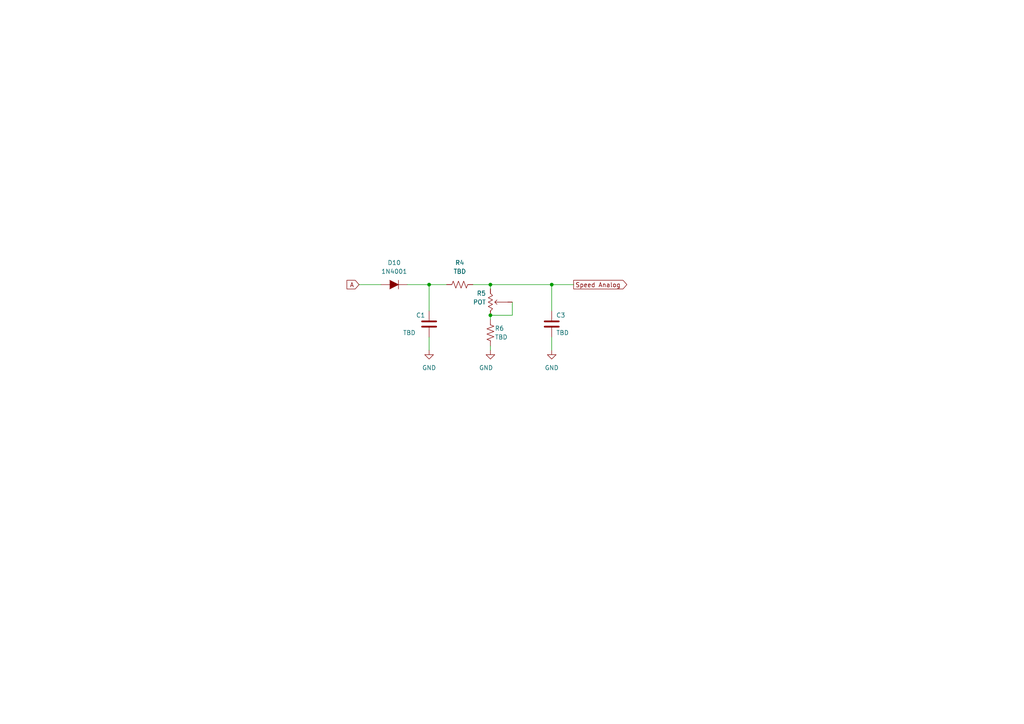
<source format=kicad_sch>
(kicad_sch (version 20230121) (generator eeschema)
  (paper "A4")
  (lib_symbols
    (symbol "F2018-cache:C" (pin_numbers hide) (pin_names (offset 0.254))
      (property "Reference" "C" (at 0.635 2.54 0))
      (property "Value" "C" (at 0.635 -2.54 0))
      (symbol "C_0_1"
        (polyline (pts (xy -2.032 -0.762) (xy 2.032 -0.762)) (stroke (width 0.508)))
        (polyline (pts (xy -2.032 0.762) (xy 2.032 0.762)) (stroke (width 0.508)))
      )
      (symbol "C_1_1"
        (pin passive line (at 0 3.81 270) (length 2.794) (name "~") (number "1"))
        (pin passive line (at 0 -3.81 90) (length 2.794) (name "~") (number "2"))
      )
    )
    (symbol "F2018-cache:D" (pin_numbers hide) (pin_names (offset 1.016) hide)
      (property "Reference" "D" (at 0 2.54 0))
      (property "Value" "D" (at 0 -2.54 0))
      (symbol "D_0_1"
        (polyline (pts (xy -1.27 1.27) (xy -1.27 -1.27)) (stroke (width 0.1524)))
        (polyline (pts (xy 1.27 1.27) (xy -1.27 0) (xy 1.27 -1.27)) (fill (type outline)))
      )
      (symbol "D_1_1"
        (pin passive line (at -3.81 0 0) (length 2.54) (name "K") (number "1"))
        (pin passive line (at 3.81 0 180) (length 2.54) (name "A") (number "2"))
      )
    )
    (symbol "F2018-cache:GND" (power) (pin_names (offset 0))
      (property "Value" "GND" (at 0 -3.81 0))
      (symbol "GND_0_1"
        (polyline (pts (xy 0 0) (xy 0 -1.27) (xy 1.27 -1.27) (xy 0 -2.54) (xy -1.27 -1.27) (xy 0 -1.27)))
      )
      (symbol "GND_1_1"
        (pin power_in line (at 0 0 270) (length 0) hide (name "GND") (number "1"))
      )
    )
    (symbol "F2018-cache:POT" (pin_numbers hide) (pin_names (offset 0))
      (property "Reference" "R" (at 2.54 -1.905 0))
      (property "Value" "POT" (at 2.54 2.54 0))
      (symbol "POT_0_1"
        (polyline (pts (xy 1.27 0) (xy 1.905 -0.635)))
        (polyline (pts (xy 1.27 0) (xy 1.905 0.635)))
        (polyline (pts (xy 5.08 0) (xy 1.27 0)))
        (polyline (pts (xy 0 2.54) (xy 0.635 1.905) (xy -0.635 1.27) (xy 0.635 0.635) (xy -0.635 0) (xy 0.635 -0.635) (xy -0.635 -1.27) (xy 0.635 -1.905) (xy 0 -2.54)))
      )
      (symbol "POT_1_1"
        (pin passive line (at 0 3.81 270) (length 1.27) (name "~") (number "1"))
        (pin passive line (at 0 -3.81 90) (length 1.27) (name "~") (number "2"))
        (pin passive line (at 6.35 0 180) (length 1.27) (name "~") (number "~"))
      )
    )
    (symbol "S2020-cache:Device_R_US" (pin_numbers hide) (pin_names (offset 0))
      (property "Reference" "R" (at 2.54 0 90))
      (property "Value" "Device_R_US" (at -2.54 0 90))
      (symbol "Device_R_US_0_1"
        (polyline (pts (xy 0 -2.286) (xy 0 -2.54)))
        (polyline (pts (xy 0 2.286) (xy 0 2.54)))
        (polyline (pts (xy 0 -0.762) (xy 1.016 -1.143) (xy 0 -1.524) (xy -1.016 -1.905) (xy 0 -2.286)))
        (polyline (pts (xy 0 0.762) (xy 1.016 0.381) (xy 0 0) (xy -1.016 -0.381) (xy 0 -0.762)))
        (polyline (pts (xy 0 2.286) (xy 1.016 1.905) (xy 0 1.524) (xy -1.016 1.143) (xy 0 0.762)))
      )
      (symbol "Device_R_US_1_1"
        (pin passive line (at 0 3.81 270) (length 1.27) (name "~") (number "1"))
        (pin passive line (at 0 -3.81 90) (length 1.27) (name "~") (number "2"))
      )
    )
  )
  (junction (at 142.24 91.44))
  (junction (at 142.24 82.55))
  (junction (at 124.46 82.55))
  (junction (at 160.02 82.55))
  (wire (pts (xy 142.24 101.6) (xy 142.24 100.33)))
  (wire (pts (xy 142.24 91.44) (xy 148.59 91.44)))
  (wire (pts (xy 160.02 82.55) (xy 160.02 90.17)))
  (wire (pts (xy 124.46 82.55) (xy 124.46 90.17)))
  (wire (pts (xy 160.02 82.55) (xy 166.37 82.55)))
  (wire (pts (xy 118.11 82.55) (xy 124.46 82.55)))
  (wire (pts (xy 160.02 97.79) (xy 160.02 101.6)))
  (wire (pts (xy 148.59 87.63) (xy 148.59 91.44)))
  (wire (pts (xy 104.14 82.55) (xy 110.49 82.55)))
  (wire (pts (xy 124.46 82.55) (xy 129.54 82.55)))
  (wire (pts (xy 124.46 97.79) (xy 124.46 101.6)))
  (wire (pts (xy 142.24 91.44) (xy 142.24 92.71)))
  (wire (pts (xy 137.16 82.55) (xy 142.24 82.55)))
  (wire (pts (xy 142.24 82.55) (xy 160.02 82.55)))
  (wire (pts (xy 142.24 82.55) (xy 142.24 83.82)))
  (global_label "Speed Analog" (shape output) (at 166.37 82.55 0) (property "Intersheetrefs" "${INTERSHEET_REFS}" (effects hide)))
  (global_label "A" (shape input) (at 104.14 82.55 180) (property "Intersheetrefs" "${INTERSHEET_REFS}" (effects hide)))
  (symbol (lib_id "F2018-cache:POT") (at 142.24 87.63 0) (unit 1)
    (property "Reference" "R5" (at 140.97 85.09 0) (effects (justify right)))
    (property "Value" "POT" (at 140.97 87.63 0) (effects (justify right)))
  )
  (symbol (lib_id "F2018-cache:C") (at 124.46 93.98 0) (unit 1)
    (property "Reference" "C1" (at 120.65 91.44 0) (effects (justify left)))
    (property "Value" "TBD" (at 116.84 96.52 0) (effects (justify left)))
  )
  (symbol (lib_id "F2018-cache:D") (at 114.3 82.55 180) (unit 1)
    (property "Reference" "D10" (at 114.3381 76.2 0))
    (property "Value" "1N4001" (at 114.3381 78.74 0))
  )
  (symbol (lib_id "S2020-cache:Device_R_US") (at 142.24 96.52 0) (unit 1)
    (property "Reference" "R6" (at 143.51 95.25 0) (effects (justify left)))
    (property "Value" "TBD" (at 143.51 97.79 0) (effects (justify left)))
  )
  (symbol (lib_id "S2020-cache:Device_R_US") (at 133.35 82.55 90) (unit 1)
    (property "Reference" "R4" (at 133.35 76.2 90))
    (property "Value" "TBD" (at 133.35 78.74 90))
  )
  (symbol (lib_id "F2018-cache:GND") (at 124.46 101.6 0) (unit 1)
    (property "Reference" "#PWR012" (effects hide))
    (property "Value" "GND" (at 124.46 106.68 0))
  )
  (symbol (lib_id "F2018-cache:C") (at 160.02 93.98 0) (unit 1)
    (property "Reference" "C3" (at 161.29 91.44 0) (effects (justify left)))
    (property "Value" "TBD" (at 161.29 96.52 0) (effects (justify left)))
  )
  (symbol (lib_id "F2018-cache:GND") (at 142.24 101.6 0) (unit 1)
    (property "Reference" "#PWR013" (effects hide))
    (property "Value" "GND" (at 140.97 106.68 0))
  )
  (symbol (lib_id "F2018-cache:GND") (at 160.02 101.6 0) (unit 1)
    (property "Reference" "#PWR014" (effects hide))
    (property "Value" "GND" (at 160.02 106.68 0))
  )
)
</source>
